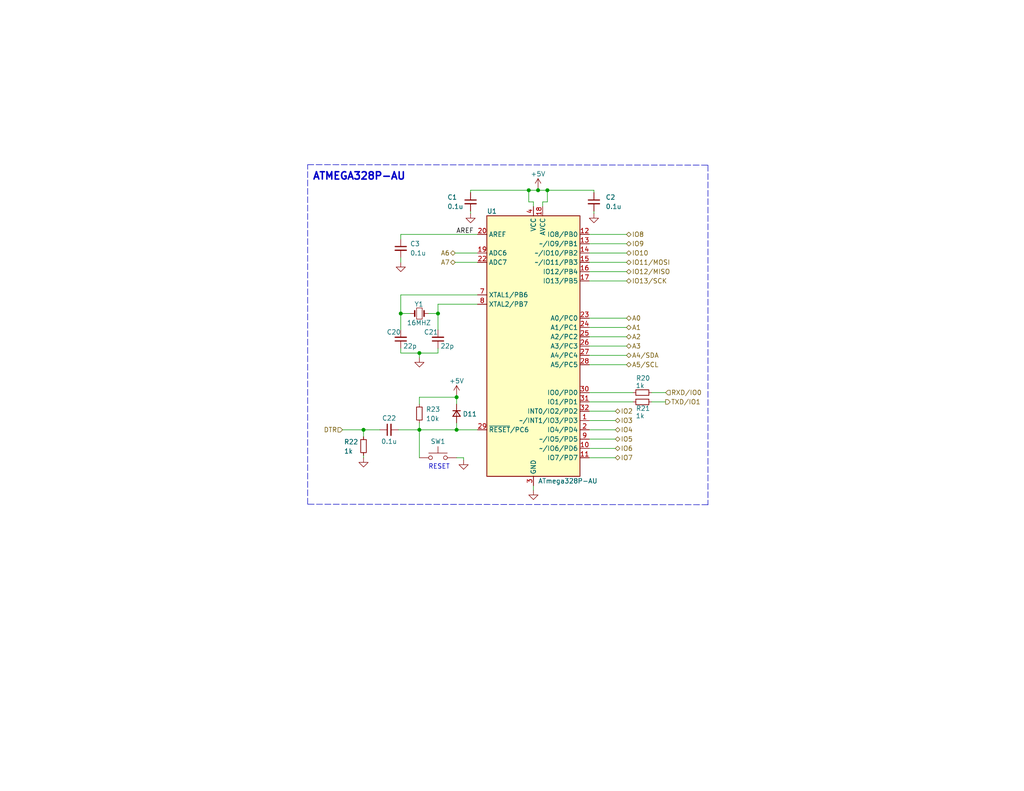
<source format=kicad_sch>
(kicad_sch (version 20211123) (generator eeschema)
  (paper "USLetter")
  (title_block (title "ATMEGA328P-AU") (date "2023-01-12") (rev "1.2"))
  (lib_symbols
    (symbol "Device:C_Small" (pin_numbers hide) (pin_names (offset 0.254) hide)
      (property "Reference" "C" (at 0.254 1.778 0))
      (property "Value" "C_Small" (at 0.254 -2.032 0))
      (symbol "C_Small_0_1"
        (polyline (pts (xy -1.524 -0.508) (xy 1.524 -0.508)) (stroke (width 0.3302)))
        (polyline (pts (xy -1.524 0.508) (xy 1.524 0.508)) (stroke (width 0.3048)))
      )
      (symbol "C_Small_1_1"
        (pin passive line (at 0 2.54 270) (length 2.032) (name "~") (number "1"))
        (pin passive line (at 0 -2.54 90) (length 2.032) (name "~") (number "2"))
      )
    )
    (symbol "Device:Crystal_Small" (pin_numbers hide) (pin_names (offset 1.016) hide)
      (property "Reference" "Y" (at 0 2.54 0))
      (property "Value" "Crystal_Small" (at 0 -2.54 0))
      (symbol "Crystal_Small_0_1"
        (rectangle (start -0.762 -1.524) (end 0.762 1.524))
        (polyline (pts (xy -1.27 -0.762) (xy -1.27 0.762)) (stroke (width 0.381)))
        (polyline (pts (xy 1.27 -0.762) (xy 1.27 0.762)) (stroke (width 0.381)))
      )
      (symbol "Crystal_Small_1_1"
        (pin passive line (at -2.54 0 0) (length 1.27) (name "1") (number "1"))
        (pin passive line (at 2.54 0 180) (length 1.27) (name "2") (number "2"))
      )
    )
    (symbol "Device:D_Small" (pin_numbers hide) (pin_names (offset 0.254) hide)
      (property "Reference" "D" (at -1.27 2.032 0))
      (property "Value" "D_Small" (at -3.81 -2.032 0))
      (symbol "D_Small_0_1"
        (polyline (pts (xy -0.762 -1.016) (xy -0.762 1.016)) (stroke (width 0.254)))
        (polyline (pts (xy -0.762 0) (xy 0.762 0)))
        (polyline (pts (xy 0.762 -1.016) (xy -0.762 0) (xy 0.762 1.016) (xy 0.762 -1.016)) (stroke (width 0.254)))
      )
      (symbol "D_Small_1_1"
        (pin passive line (at -2.54 0 0) (length 1.778) (name "K") (number "1"))
        (pin passive line (at 2.54 0 180) (length 1.778) (name "A") (number "2"))
      )
    )
    (symbol "Device:R_Small" (pin_numbers hide) (pin_names (offset 0.254) hide)
      (property "Reference" "R" (at 0.762 0.508 0))
      (property "Value" "R_Small" (at 0.762 -1.016 0))
      (symbol "R_Small_0_1"
        (rectangle (start -0.762 1.778) (end 0.762 -1.778) (stroke (width 0.2032)))
      )
      (symbol "R_Small_1_1"
        (pin passive line (at 0 2.54 270) (length 0.762) (name "~") (number "1"))
        (pin passive line (at 0 -2.54 90) (length 0.762) (name "~") (number "2"))
      )
    )
    (symbol "MCU_Microchip_ATmega:ATmega328P-A"
      (property "Reference" "U?" (at -12.7 36.83 0))
      (property "Value" "ATmega328P-AU" (at 1.27 -36.83 0))
      (symbol "ATmega328P-A_0_1"
        (rectangle (start -12.7 -35.56) (end 12.7 35.56) (stroke (width 0.254)) (fill (type background)))
      )
      (symbol "ATmega328P-A_1_1"
        (pin bidirectional line (at 15.24 -20.32 180) (length 2.54) (name "~/INT1/IO3/PD3") (number "1"))
        (pin bidirectional line (at 15.24 -27.94 180) (length 2.54) (name "~/IO6/PD6") (number "10"))
        (pin bidirectional line (at 15.24 -30.48 180) (length 2.54) (name "IO7/PD7") (number "11"))
        (pin bidirectional line (at 15.24 30.48 180) (length 2.54) (name "IO8/PB0") (number "12"))
        (pin bidirectional line (at 15.24 27.94 180) (length 2.54) (name "~/IO9/PB1") (number "13"))
        (pin bidirectional line (at 15.24 25.4 180) (length 2.54) (name "~/IO10/PB2") (number "14"))
        (pin bidirectional line (at 15.24 22.86 180) (length 2.54) (name "~/IO11/PB3") (number "15"))
        (pin bidirectional line (at 15.24 20.32 180) (length 2.54) (name "IO12/PB4") (number "16"))
        (pin bidirectional line (at 15.24 17.78 180) (length 2.54) (name "IO13/PB5") (number "17"))
        (pin power_in line (at 2.54 38.1 270) (length 2.54) (name "AVCC") (number "18"))
        (pin input line (at -15.24 25.4 0) (length 2.54) (name "ADC6") (number "19"))
        (pin bidirectional line (at 15.24 -22.86 180) (length 2.54) (name "IO4/PD4") (number "2"))
        (pin passive line (at -15.24 30.48 0) (length 2.54) (name "AREF") (number "20"))
        (pin passive line (at 0 -38.1 90) (length 2.54) hide (name "GND") (number "21"))
        (pin input line (at -15.24 22.86 0) (length 2.54) (name "ADC7") (number "22"))
        (pin bidirectional line (at 15.24 7.62 180) (length 2.54) (name "A0/PC0") (number "23"))
        (pin bidirectional line (at 15.24 5.08 180) (length 2.54) (name "A1/PC1") (number "24"))
        (pin bidirectional line (at 15.24 2.54 180) (length 2.54) (name "A2/PC2") (number "25"))
        (pin bidirectional line (at 15.24 0 180) (length 2.54) (name "A3/PC3") (number "26"))
        (pin bidirectional line (at 15.24 -2.54 180) (length 2.54) (name "A4/PC4") (number "27"))
        (pin bidirectional line (at 15.24 -5.08 180) (length 2.54) (name "A5/PC5") (number "28"))
        (pin bidirectional line (at -15.24 -22.86 0) (length 2.54) (name "~{RESET}/PC6") (number "29"))
        (pin power_in line (at 0 -38.1 90) (length 2.54) (name "GND") (number "3"))
        (pin bidirectional line (at 15.24 -12.7 180) (length 2.54) (name "IO0/PD0") (number "30"))
        (pin bidirectional line (at 15.24 -15.24 180) (length 2.54) (name "IO1/PD1") (number "31"))
        (pin bidirectional line (at 15.24 -17.78 180) (length 2.54) (name "INT0/IO2/PD2") (number "32"))
        (pin power_in line (at 0 38.1 270) (length 2.54) (name "VCC") (number "4"))
        (pin passive line (at 0 -38.1 90) (length 2.54) hide (name "GND") (number "5"))
        (pin passive line (at 0 38.1 270) (length 2.54) hide (name "VCC") (number "6"))
        (pin bidirectional line (at -15.24 13.97 0) (length 2.54) (name "XTAL1/PB6") (number "7"))
        (pin bidirectional line (at -15.24 11.43 0) (length 2.54) (name "XTAL2/PB7") (number "8"))
        (pin bidirectional line (at 15.24 -25.4 180) (length 2.54) (name "~/IO5/PD5") (number "9"))
      )
    )
    (symbol "Switch:SW_Push" (pin_numbers hide) (pin_names (offset 1.016) hide)
      (property "Reference" "SW" (at 1.27 2.54 0))
      (property "Value" "SW_Push" (at 0 -1.524 0))
      (symbol "SW_Push_0_1"
        (circle (center -2.032 0) (radius 0.508))
        (polyline (pts (xy 0 1.27) (xy 0 3.048)))
        (polyline (pts (xy 2.54 1.27) (xy -2.54 1.27)))
        (circle (center 2.032 0) (radius 0.508))
        (pin passive line (at -5.08 0 0) (length 2.54) (name "1") (number "1"))
        (pin passive line (at 5.08 0 180) (length 2.54) (name "2") (number "2"))
      )
    )
    (symbol "power:+5V" (power) (pin_names (offset 0))
      (property "Value" "+5V" (at 0 3.556 0))
      (symbol "+5V_0_1"
        (polyline (pts (xy -0.762 1.27) (xy 0 2.54)))
        (polyline (pts (xy 0 0) (xy 0 2.54)))
        (polyline (pts (xy 0 2.54) (xy 0.762 1.27)))
      )
      (symbol "+5V_1_1"
        (pin power_in line (at 0 0 90) (length 0) hide (name "+5V") (number "1"))
      )
    )
    (symbol "power:GND" (power) (pin_names (offset 0))
      (property "Value" "GND" (at 0 -3.81 0))
      (symbol "GND_0_1"
        (polyline (pts (xy 0 0) (xy 0 -1.27) (xy 1.27 -1.27) (xy 0 -2.54) (xy -1.27 -1.27) (xy 0 -1.27)))
      )
      (symbol "GND_1_1"
        (pin power_in line (at 0 0 270) (length 0) hide (name "GND") (number "1"))
      )
    )
  )
  (junction (at 114.427 117.348))
  (junction (at 109.347 85.598))
  (junction (at 149.352 51.943))
  (junction (at 146.812 51.943))
  (junction (at 124.587 108.458))
  (junction (at 114.427 96.393))
  (junction (at 119.507 85.598))
  (junction (at 144.272 51.943))
  (junction (at 124.587 117.348))
  (junction (at 99.187 117.348))
  (wire (pts (xy 119.507 83.058) (xy 119.507 85.598)))
  (wire (pts (xy 109.347 95.123) (xy 109.347 96.393)))
  (wire (pts (xy 160.782 86.868) (xy 170.942 86.868)))
  (polyline (pts (xy 193.167 45.085) (xy 193.167 137.795)))
  (wire (pts (xy 160.782 76.708) (xy 170.942 76.708)))
  (wire (pts (xy 160.782 117.348) (xy 167.894 117.348)))
  (wire (pts (xy 160.782 69.088) (xy 170.942 69.088)))
  (wire (pts (xy 124.587 124.968) (xy 126.492 124.968)))
  (wire (pts (xy 160.782 107.188) (xy 172.72 107.188)))
  (wire (pts (xy 160.782 114.808) (xy 167.894 114.808)))
  (wire (pts (xy 128.397 51.943) (xy 128.397 52.578)))
  (wire (pts (xy 119.507 85.598) (xy 119.507 90.043)))
  (wire (pts (xy 144.272 51.943) (xy 146.812 51.943)))
  (wire (pts (xy 109.347 96.393) (xy 114.427 96.393)))
  (wire (pts (xy 149.352 51.943) (xy 162.052 51.943)))
  (wire (pts (xy 99.187 117.348) (xy 103.632 117.348)))
  (wire (pts (xy 124.587 115.443) (xy 124.587 117.348)))
  (wire (pts (xy 124.587 107.823) (xy 124.587 108.458)))
  (wire (pts (xy 128.397 51.943) (xy 144.272 51.943)))
  (wire (pts (xy 146.812 51.308) (xy 146.812 51.943)))
  (wire (pts (xy 114.427 96.393) (xy 114.427 97.663)))
  (wire (pts (xy 160.782 122.428) (xy 167.894 122.428)))
  (wire (pts (xy 160.782 99.568) (xy 170.942 99.568)))
  (wire (pts (xy 146.812 51.943) (xy 149.352 51.943)))
  (wire (pts (xy 160.782 124.968) (xy 167.894 124.968)))
  (wire (pts (xy 149.352 55.118) (xy 149.352 51.943)))
  (wire (pts (xy 160.782 94.488) (xy 170.942 94.488)))
  (wire (pts (xy 160.782 91.948) (xy 170.942 91.948)))
  (wire (pts (xy 177.8 107.188) (xy 181.61 107.188)))
  (wire (pts (xy 116.967 85.598) (xy 119.507 85.598)))
  (wire (pts (xy 128.397 57.658) (xy 128.397 58.293)))
  (wire (pts (xy 160.782 64.008) (xy 170.942 64.008)))
  (wire (pts (xy 99.187 117.348) (xy 99.187 119.253)))
  (polyline (pts (xy 193.167 137.795) (xy 83.947 137.668)))
  (wire (pts (xy 109.347 80.518) (xy 130.302 80.518)))
  (wire (pts (xy 119.507 96.393) (xy 119.507 95.123)))
  (wire (pts (xy 162.052 57.658) (xy 162.052 58.293)))
  (wire (pts (xy 160.782 119.888) (xy 167.894 119.888)))
  (wire (pts (xy 99.187 124.333) (xy 99.187 124.968)))
  (wire (pts (xy 145.542 55.118) (xy 144.272 55.118)))
  (wire (pts (xy 111.887 85.598) (xy 109.347 85.598)))
  (wire (pts (xy 144.272 55.118) (xy 144.272 51.943)))
  (polyline (pts (xy 83.947 44.958) (xy 193.167 45.085)))
  (wire (pts (xy 114.427 108.458) (xy 124.587 108.458)))
  (wire (pts (xy 124.206 71.628) (xy 130.302 71.628)))
  (wire (pts (xy 109.347 64.008) (xy 130.302 64.008)))
  (wire (pts (xy 145.542 132.588) (xy 145.542 133.858)))
  (wire (pts (xy 160.782 71.628) (xy 170.942 71.628)))
  (wire (pts (xy 160.782 66.548) (xy 170.942 66.548)))
  (wire (pts (xy 124.587 117.348) (xy 114.427 117.348)))
  (wire (pts (xy 162.052 51.943) (xy 162.052 52.578)))
  (wire (pts (xy 114.427 108.458) (xy 114.427 110.363)))
  (wire (pts (xy 148.082 55.118) (xy 149.352 55.118)))
  (wire (pts (xy 160.782 112.268) (xy 167.894 112.268)))
  (wire (pts (xy 124.587 117.348) (xy 130.302 117.348)))
  (wire (pts (xy 114.427 117.348) (xy 114.427 124.968)))
  (wire (pts (xy 145.542 56.388) (xy 145.542 55.118)))
  (wire (pts (xy 108.712 117.348) (xy 114.427 117.348)))
  (wire (pts (xy 109.347 80.518) (xy 109.347 85.598)))
  (wire (pts (xy 126.492 124.968) (xy 126.492 125.603)))
  (wire (pts (xy 109.347 70.358) (xy 109.347 71.628)))
  (wire (pts (xy 119.507 83.058) (xy 130.302 83.058)))
  (wire (pts (xy 160.782 89.408) (xy 170.942 89.408)))
  (wire (pts (xy 160.782 109.728) (xy 172.72 109.728)))
  (wire (pts (xy 114.427 115.443) (xy 114.427 117.348)))
  (wire (pts (xy 114.427 96.393) (xy 119.507 96.393)))
  (wire (pts (xy 124.206 69.088) (xy 130.302 69.088)))
  (wire (pts (xy 160.782 74.168) (xy 170.942 74.168)))
  (wire (pts (xy 93.472 117.348) (xy 99.187 117.348)))
  (wire (pts (xy 160.782 97.028) (xy 170.942 97.028)))
  (wire (pts (xy 109.347 64.008) (xy 109.347 65.278)))
  (wire (pts (xy 148.082 56.388) (xy 148.082 55.118)))
  (polyline (pts (xy 83.947 137.668) (xy 83.947 44.958)))
  (wire (pts (xy 109.347 85.598) (xy 109.347 90.043)))
  (wire (pts (xy 124.587 108.458) (xy 124.587 110.363)))
  (wire (pts (xy 177.8 109.728) (xy 181.61 109.728)))
  (text "ATMEGA328P-AU" (at 85.217 49.403 0) (effects (font (size 2 2) (thickness 0.4) bold) (justify left bottom)))
  (text "RESET" (at 116.84 128.27 0) (effects (font (size 1.27 1.27)) (justify left bottom)))
  (label "AREF" (at 124.46 64.008 0))
  (hierarchical_label "IO5" (shape bidirectional) (at 167.894 119.888 0))
  (hierarchical_label "IO10" (shape bidirectional) (at 170.942 69.088 0))
  (hierarchical_label "DTR" (shape input) (at 93.472 117.348 180))
  (hierarchical_label "A2" (shape bidirectional) (at 170.942 91.948 0))
  (hierarchical_label "A5{slash}SCL" (shape bidirectional) (at 170.942 99.568 0))
  (hierarchical_label "A6" (shape bidirectional) (at 124.206 69.088 180))
  (hierarchical_label "A7" (shape bidirectional) (at 124.206 71.628 180))
  (hierarchical_label "IO2" (shape bidirectional) (at 167.894 112.268 0))
  (hierarchical_label "A4{slash}SDA" (shape bidirectional) (at 170.942 97.028 0))
  (hierarchical_label "IO11{slash}MOSI" (shape bidirectional) (at 170.942 71.628 0))
  (hierarchical_label "RXD{slash}IO0" (shape input) (at 181.61 107.188 0))
  (hierarchical_label "IO6" (shape bidirectional) (at 167.894 122.428 0))
  (hierarchical_label "IO12{slash}MISO" (shape bidirectional) (at 170.942 74.168 0))
  (hierarchical_label "IO4" (shape bidirectional) (at 167.894 117.348 0))
  (hierarchical_label "IO9" (shape bidirectional) (at 170.942 66.548 0))
  (hierarchical_label "IO13{slash}SCK" (shape bidirectional) (at 170.942 76.708 0))
  (hierarchical_label "A1" (shape bidirectional) (at 170.942 89.408 0))
  (hierarchical_label "IO7" (shape bidirectional) (at 167.894 124.968 0))
  (hierarchical_label "A0" (shape bidirectional) (at 170.942 86.868 0))
  (hierarchical_label "IO3" (shape bidirectional) (at 167.894 114.808 0))
  (hierarchical_label "IO8" (shape bidirectional) (at 170.942 64.008 0))
  (hierarchical_label "TXD{slash}IO1" (shape output) (at 181.61 109.728 0))
  (hierarchical_label "A3" (shape bidirectional) (at 170.942 94.488 0))
  (symbol (lib_id "Device:C_Small") (at 162.052 55.118 0) (unit 1)
    (property "Reference" "C2" (at 165.227 53.8542 0) (effects (justify left)))
    (property "Value" "0.1u" (at 165.227 56.3942 0) (effects (justify left)))
    (property "Footprint" "Capacitor_SMD:C_0603_1608Metric" (effects hide))
    (property "MFG" "Kyocera AVX" (effects hide))
    (property "P/N" "06035C104K4T2A" (effects hide))
  )
  (symbol (lib_id "power:GND") (at 99.187 124.968 0) (unit 1)
    (property "Reference" "#PWR01" (effects hide))
    (property "Value" "GND" (effects hide))
  )
  (symbol (lib_id "Device:C_Small") (at 109.347 67.818 0) (unit 1)
    (property "Reference" "C3" (at 111.887 66.5542 0) (effects (justify left)))
    (property "Value" "0.1u" (at 111.887 69.0942 0) (effects (justify left)))
    (property "Footprint" "Capacitor_SMD:C_0603_1608Metric" (effects hide))
    (property "MFG" "Kyocera AVX" (effects hide))
    (property "P/N" "06035C104K4T2A" (effects hide))
  )
  (symbol (lib_id "power:GND") (at 126.492 125.603 0) (unit 1)
    (property "Reference" "#PWR05" (effects hide))
    (property "Value" "GND" (effects hide))
  )
  (symbol (lib_id "MCU_Microchip_ATmega:ATmega328P-A") (at 145.542 94.488 0) (unit 1)
    (property "Reference" "U1" (at 132.842 57.658 0) (effects (justify left)))
    (property "Value" "ATmega328P-AU" (at 146.812 131.318 0) (effects (justify left)))
    (property "Footprint" "Package_QFP:TQFP-32_7x7mm_P0.8mm" (effects hide))
    (property "Datasheet" "http://ww1.microchip.com/downloads/en/DeviceDoc/ATmega328_P%20AVR%20MCU%20with%20picoPower%20Technology%20Data%20Sheet%2040001984A.pdf" (effects hide))
    (property "MFG" "Amtel / Microchip" (effects hide))
    (property "P/N" "ATMEGA328P-AU" (effects hide))
  )
  (symbol (lib_id "Device:C_Small") (at 128.397 55.118 0) (unit 1)
    (property "Reference" "C1" (at 122.047 53.848 0) (effects (justify left)))
    (property "Value" "0.1u" (at 122.047 56.388 0) (effects (justify left)))
    (property "Footprint" "Capacitor_SMD:C_0603_1608Metric" (effects hide))
    (property "MFG" "Kyocera AVX" (effects hide))
    (property "P/N" "06035C104K4T2A" (effects hide))
  )
  (symbol (lib_id "power:GND") (at 145.542 133.858 0) (unit 1)
    (property "Reference" "#PWR07" (effects hide))
    (property "Value" "GND" (effects hide))
  )
  (symbol (lib_id "power:GND") (at 114.427 97.663 0) (unit 1)
    (property "Reference" "#PWR03" (effects hide))
    (property "Value" "GND" (effects hide))
  )
  (symbol (lib_id "power:+5V") (at 124.587 107.823 0) (unit 1)
    (property "Reference" "#PWR04" (effects hide))
    (property "Value" "+5V" (at 124.587 104.013 0))
  )
  (symbol (lib_id "power:GND") (at 109.347 71.628 0) (unit 1)
    (property "Reference" "#PWR02" (effects hide))
    (property "Value" "GND" (effects hide))
  )
  (symbol (lib_id "Device:R_Small") (at 99.187 121.793 0) (unit 1)
    (property "Reference" "R22" (at 93.853 120.65 0) (effects (justify left)))
    (property "Value" "1k" (at 93.853 123.19 0) (effects (justify left)))
    (property "Footprint" "Resistor_SMD:R_0603_1608Metric" (effects hide))
    (property "MFG" "Stackpole Electronics" (effects hide))
    (property "P/N" "RMCF0603JJ1K00" (effects hide))
  )
  (symbol (lib_id "Device:R_Small") (at 175.26 107.188 90) (unit 1)
    (property "Reference" "R20" (at 177.419 103.251 90) (effects (justify left)))
    (property "Value" "1k" (at 175.895 105.283 90) (effects (justify left)))
    (property "Footprint" "Resistor_SMD:R_0603_1608Metric" (effects hide))
    (property "MFG" "Stackpole Electronics" (effects hide))
    (property "P/N" "RMCF0603JJ1K00" (effects hide))
  )
  (symbol (lib_id "Device:R_Small") (at 114.427 112.903 0) (unit 1)
    (property "Reference" "R23" (at 116.205 111.76 0) (effects (justify left)))
    (property "Value" "10k" (at 116.205 114.3 0) (effects (justify left)))
    (property "Footprint" "Resistor_SMD:R_0603_1608Metric" (effects hide))
    (property "MFG" "Stackpole Electronics" (effects hide))
    (property "P/N" "RMCF0603JG10K0" (effects hide))
  )
  (symbol (lib_id "Device:Crystal_Small") (at 114.427 85.598 0) (unit 1)
    (property "Reference" "Y1" (at 114.3 83.058 0))
    (property "Value" "16MHZ" (at 114.3 88.138 0))
    (property "Footprint" "Crystal:Crystal_SMD_HC49-SD" (effects hide))
    (property "MFG" "Raltron" (effects hide))
    (property "P/N" "AS-16.000-18-SMD-TR" (effects hide))
  )
  (symbol (lib_id "Device:C_Small") (at 119.507 92.583 180) (unit 1)
    (property "Reference" "C21" (at 117.602 90.678 0))
    (property "Value" "22p" (at 122.047 94.488 0))
    (property "Footprint" "Capacitor_SMD:C_0603_1608Metric" (effects hide))
    (property "MFG" "Kyocera AVX" (effects hide))
    (property "P/N" "06033A220JAT2A" (effects hide))
  )
  (symbol (lib_id "Device:C_Small") (at 106.172 117.348 90) (unit 1)
    (property "Reference" "C22" (at 106.172 114.173 90))
    (property "Value" "0.1u" (at 106.172 120.523 90))
    (property "Footprint" "Capacitor_SMD:C_0603_1608Metric" (effects hide))
    (property "MFG" "Kyocera AVX" (effects hide))
    (property "P/N" "06035C104K4T2A" (effects hide))
  )
  (symbol (lib_id "Device:R_Small") (at 175.26 109.728 90) (unit 1)
    (property "Reference" "R21" (at 177.419 111.506 90) (effects (justify left)))
    (property "Value" "1k" (at 175.895 113.538 90) (effects (justify left)))
    (property "Footprint" "Resistor_SMD:R_0603_1608Metric" (effects hide))
    (property "MFG" "Stackpole Electronics" (effects hide))
    (property "P/N" "RMCF0603JJ1K00" (effects hide))
  )
  (symbol (lib_id "power:+5V") (at 146.812 51.308 0) (unit 1)
    (property "Reference" "#PWR08" (effects hide))
    (property "Value" "+5V" (at 146.812 47.498 0))
  )
  (symbol (lib_id "power:GND") (at 162.052 58.293 0) (unit 1)
    (property "Reference" "#PWR09" (effects hide))
    (property "Value" "GND" (effects hide))
  )
  (symbol (lib_id "Device:C_Small") (at 109.347 92.583 180) (unit 1)
    (property "Reference" "C20" (at 107.442 90.678 0))
    (property "Value" "22p" (at 111.887 94.488 0))
    (property "Footprint" "Capacitor_SMD:C_0603_1608Metric" (effects hide))
    (property "MFG" "Kyocera AVX" (effects hide))
    (property "P/N" "06033A220JAT2A" (effects hide))
  )
  (symbol (lib_id "power:GND") (at 128.397 58.293 0) (unit 1)
    (property "Reference" "#PWR06" (effects hide))
    (property "Value" "GND" (effects hide))
  )
  (symbol (lib_id "Switch:SW_Push") (at 119.507 124.968 0) (unit 1)
    (property "Reference" "SW1" (at 119.507 120.523 0))
    (property "Value" "B3U-1000P" (effects hide))
    (property "Footprint" "Button_Switch_SMD:SW_SPST_B3U-1000P" (effects hide))
    (property "MFG" "OMRON" (effects hide))
    (property "P/N" "B3U-1000P" (effects hide))
  )
  (symbol (lib_id "Device:D_Small") (at 124.587 112.903 270) (unit 1)
    (property "Reference" "D11" (at 126.238 113.03 90) (effects (justify left)))
    (property "Value" "1N4148WS " (effects hide))
    (property "Footprint" "Diode_SMD:D_SOD-323" (effects hide))
    (property "MFG" "SMC" (effects hide))
    (property "P/N" "1N4148WS" (effects hide))
  )
)
</source>
